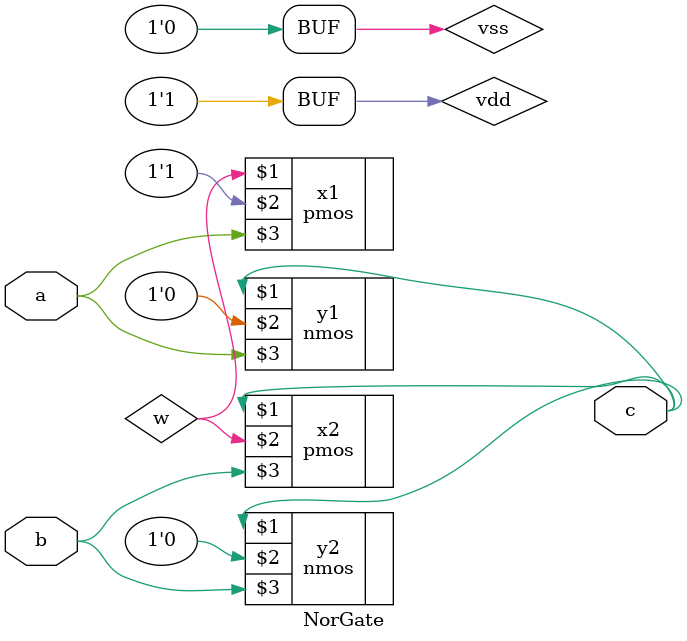
<source format=v>

module NorGate(a,b,c);

//declare i/o ports
input a,b;
output c;

//declare supply and ground
supply1 vdd;
supply0 vss;

//declare wires
wire w;

//pull up network
pmos x1(w,vdd,a);
pmos x2(c,w,b);

//pull down network
nmos y1(c,vss,a);
nmos y2(c,vss,b);

//end module
endmodule

</source>
